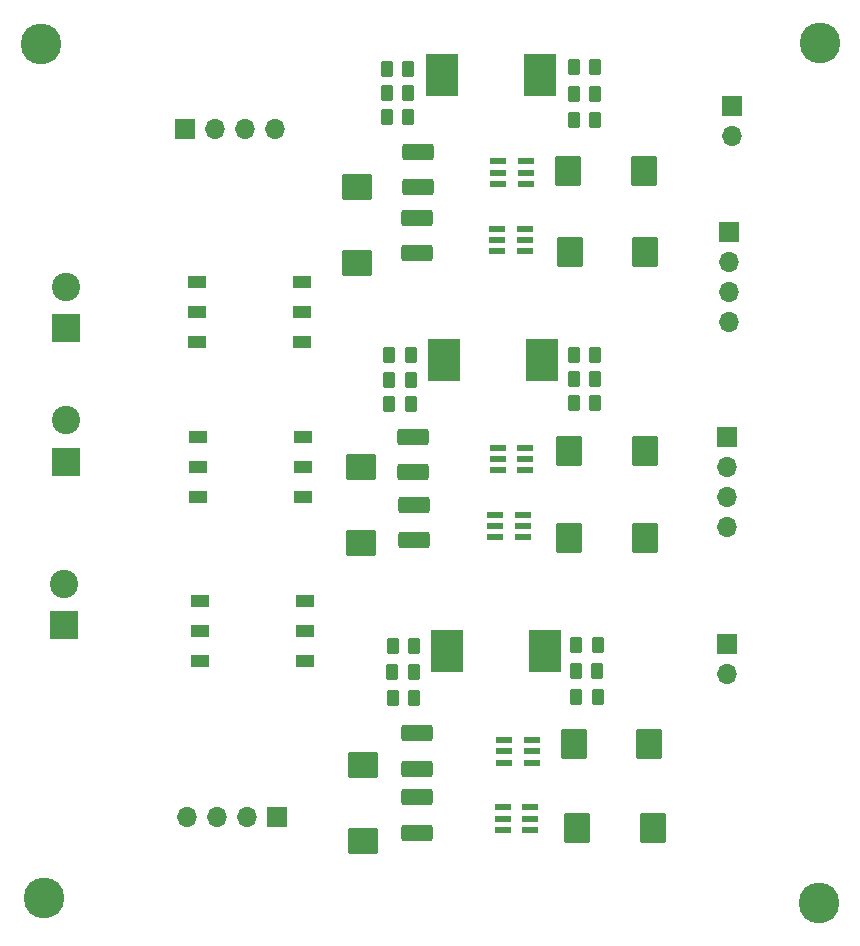
<source format=gbr>
%TF.GenerationSoftware,KiCad,Pcbnew,7.0.2*%
%TF.CreationDate,2023-05-19T15:17:25+02:00*%
%TF.ProjectId,78_1x39_1mm Solr tile,37382c31-7833-4392-9c31-6d6d20536f6c,rev?*%
%TF.SameCoordinates,Original*%
%TF.FileFunction,Soldermask,Bot*%
%TF.FilePolarity,Negative*%
%FSLAX46Y46*%
G04 Gerber Fmt 4.6, Leading zero omitted, Abs format (unit mm)*
G04 Created by KiCad (PCBNEW 7.0.2) date 2023-05-19 15:17:25*
%MOMM*%
%LPD*%
G01*
G04 APERTURE LIST*
G04 Aperture macros list*
%AMRoundRect*
0 Rectangle with rounded corners*
0 $1 Rounding radius*
0 $2 $3 $4 $5 $6 $7 $8 $9 X,Y pos of 4 corners*
0 Add a 4 corners polygon primitive as box body*
4,1,4,$2,$3,$4,$5,$6,$7,$8,$9,$2,$3,0*
0 Add four circle primitives for the rounded corners*
1,1,$1+$1,$2,$3*
1,1,$1+$1,$4,$5*
1,1,$1+$1,$6,$7*
1,1,$1+$1,$8,$9*
0 Add four rect primitives between the rounded corners*
20,1,$1+$1,$2,$3,$4,$5,0*
20,1,$1+$1,$4,$5,$6,$7,0*
20,1,$1+$1,$6,$7,$8,$9,0*
20,1,$1+$1,$8,$9,$2,$3,0*%
G04 Aperture macros list end*
%ADD10C,3.450000*%
%ADD11RoundRect,0.250000X-0.875000X-1.025000X0.875000X-1.025000X0.875000X1.025000X-0.875000X1.025000X0*%
%ADD12RoundRect,0.250001X-1.074999X0.462499X-1.074999X-0.462499X1.074999X-0.462499X1.074999X0.462499X0*%
%ADD13RoundRect,0.250000X0.262500X0.450000X-0.262500X0.450000X-0.262500X-0.450000X0.262500X-0.450000X0*%
%ADD14R,1.700000X1.700000*%
%ADD15O,1.700000X1.700000*%
%ADD16RoundRect,0.088500X-0.596500X-0.206500X0.596500X-0.206500X0.596500X0.206500X-0.596500X0.206500X0*%
%ADD17RoundRect,0.088500X0.596500X0.206500X-0.596500X0.206500X-0.596500X-0.206500X0.596500X-0.206500X0*%
%ADD18RoundRect,0.250000X-1.025000X0.875000X-1.025000X-0.875000X1.025000X-0.875000X1.025000X0.875000X0*%
%ADD19R,2.700000X3.600000*%
%ADD20R,1.500000X1.100000*%
%ADD21R,2.400000X2.400000*%
%ADD22C,2.400000*%
G04 APERTURE END LIST*
D10*
%TO.C,REF\u002A\u002A*%
X103080000Y-112690000D03*
%TD*%
%TO.C,REF\u002A\u002A*%
X37440000Y-112260000D03*
%TD*%
%TO.C,REF\u002A\u002A*%
X103120000Y-39840000D03*
%TD*%
%TO.C,REF\u002A\u002A*%
X37190000Y-39940000D03*
%TD*%
D11*
%TO.C,MC5*%
X81900000Y-74440000D03*
X88300000Y-74440000D03*
%TD*%
D12*
%TO.C,MD1*%
X69100000Y-49060000D03*
X69100000Y-52035000D03*
%TD*%
D13*
%TO.C,MR7*%
X84117500Y-44225000D03*
X82292500Y-44225000D03*
%TD*%
D12*
%TO.C,MD3*%
X68710000Y-73250000D03*
X68710000Y-76225000D03*
%TD*%
D13*
%TO.C,MR13*%
X68790000Y-90935000D03*
X66965000Y-90935000D03*
%TD*%
D14*
%TO.C,J8*%
X95320000Y-73240000D03*
D15*
X95320000Y-75780000D03*
X95320000Y-78320000D03*
X95320000Y-80860000D03*
%TD*%
D11*
%TO.C,MC8*%
X82315000Y-99255000D03*
X88715000Y-99255000D03*
%TD*%
%TO.C,MC7*%
X82575000Y-106335000D03*
X88975000Y-106335000D03*
%TD*%
D14*
%TO.C,J14*%
X57160000Y-105390000D03*
D15*
X54620000Y-105390000D03*
X52080000Y-105390000D03*
X49540000Y-105390000D03*
%TD*%
D13*
%TO.C,MR6*%
X84122500Y-66270000D03*
X82297500Y-66270000D03*
%TD*%
D16*
%TO.C,U5*%
X76305000Y-106495000D03*
X76305000Y-105545000D03*
X76305000Y-104595000D03*
D17*
X78645000Y-104595000D03*
X78645000Y-105545000D03*
X78645000Y-106495000D03*
%TD*%
D13*
%TO.C,MR9*%
X68492500Y-70470000D03*
X66667500Y-70470000D03*
%TD*%
%TO.C,MR2*%
X84147500Y-41935000D03*
X82322500Y-41935000D03*
%TD*%
%TO.C,MR17*%
X68820000Y-95295000D03*
X66995000Y-95295000D03*
%TD*%
D18*
%TO.C,MC6*%
X64270000Y-75800000D03*
X64270000Y-82200000D03*
%TD*%
D19*
%TO.C,ML2*%
X79430000Y-42540000D03*
X71130000Y-42540000D03*
%TD*%
D14*
%TO.C,J7*%
X95310000Y-90790000D03*
D15*
X95310000Y-93330000D03*
%TD*%
D16*
%TO.C,U4*%
X75860000Y-76020000D03*
X75860000Y-75070000D03*
X75860000Y-74120000D03*
D17*
X78200000Y-74120000D03*
X78200000Y-75070000D03*
X78200000Y-76020000D03*
%TD*%
D12*
%TO.C,MD2*%
X69040000Y-54705000D03*
X69040000Y-57680000D03*
%TD*%
D13*
%TO.C,MR15*%
X68780000Y-93125000D03*
X66955000Y-93125000D03*
%TD*%
D19*
%TO.C,ML4*%
X79580000Y-66670000D03*
X71280000Y-66670000D03*
%TD*%
D11*
%TO.C,MC3*%
X81835000Y-50675000D03*
X88235000Y-50675000D03*
%TD*%
D14*
%TO.C,J15*%
X49400000Y-47120000D03*
D15*
X51940000Y-47120000D03*
X54480000Y-47120000D03*
X57020000Y-47120000D03*
%TD*%
D20*
%TO.C,SW3*%
X59300000Y-60080000D03*
X59300000Y-62620000D03*
X59300000Y-65160000D03*
X50400000Y-65160000D03*
X50400000Y-62620000D03*
X50400000Y-60080000D03*
%TD*%
%TO.C,SW2*%
X59400000Y-73250000D03*
X59400000Y-75790000D03*
X59400000Y-78330000D03*
X50500000Y-78330000D03*
X50500000Y-75790000D03*
X50500000Y-73250000D03*
%TD*%
D11*
%TO.C,MC4*%
X81940000Y-81820000D03*
X88340000Y-81820000D03*
%TD*%
%TO.C,MC1*%
X81975000Y-57585000D03*
X88375000Y-57585000D03*
%TD*%
D21*
%TO.C,J11*%
X39310000Y-63990000D03*
D22*
X39310000Y-60490000D03*
%TD*%
D18*
%TO.C,MC2*%
X63950000Y-52080000D03*
X63950000Y-58480000D03*
%TD*%
D16*
%TO.C,U3*%
X75650000Y-81730000D03*
X75650000Y-80780000D03*
X75650000Y-79830000D03*
D17*
X77990000Y-79830000D03*
X77990000Y-80780000D03*
X77990000Y-81730000D03*
%TD*%
D16*
%TO.C,U2*%
X75935000Y-51785000D03*
X75935000Y-50835000D03*
X75935000Y-49885000D03*
D17*
X78275000Y-49885000D03*
X78275000Y-50835000D03*
X78275000Y-51785000D03*
%TD*%
D14*
%TO.C,J9*%
X95450000Y-55870000D03*
D15*
X95450000Y-58410000D03*
X95450000Y-60950000D03*
X95450000Y-63490000D03*
%TD*%
D13*
%TO.C,MR16*%
X84297500Y-93045000D03*
X82472500Y-93045000D03*
%TD*%
D19*
%TO.C,ML6*%
X79890000Y-91380000D03*
X71590000Y-91380000D03*
%TD*%
D12*
%TO.C,MD6*%
X69050000Y-103745000D03*
X69050000Y-106720000D03*
%TD*%
D13*
%TO.C,MR1*%
X68307500Y-44085000D03*
X66482500Y-44085000D03*
%TD*%
D21*
%TO.C,J13*%
X39170000Y-89180000D03*
D22*
X39170000Y-85680000D03*
%TD*%
D13*
%TO.C,MR5*%
X68512500Y-66300000D03*
X66687500Y-66300000D03*
%TD*%
%TO.C,MR4*%
X68307500Y-46125000D03*
X66482500Y-46125000D03*
%TD*%
D16*
%TO.C,U1*%
X75835000Y-57505000D03*
X75835000Y-56555000D03*
X75835000Y-55605000D03*
D17*
X78175000Y-55605000D03*
X78175000Y-56555000D03*
X78175000Y-57505000D03*
%TD*%
D14*
%TO.C,J10*%
X95680000Y-45230000D03*
D15*
X95680000Y-47770000D03*
%TD*%
D16*
%TO.C,U6*%
X76415000Y-100805000D03*
X76415000Y-99855000D03*
X76415000Y-98905000D03*
D17*
X78755000Y-98905000D03*
X78755000Y-99855000D03*
X78755000Y-100805000D03*
%TD*%
D21*
%TO.C,J12*%
X39360000Y-75310000D03*
D22*
X39360000Y-71810000D03*
%TD*%
D12*
%TO.C,MD4*%
X68760000Y-78975000D03*
X68760000Y-81950000D03*
%TD*%
D13*
%TO.C,MR12*%
X84122500Y-68330000D03*
X82297500Y-68330000D03*
%TD*%
D20*
%TO.C,SW1*%
X59550000Y-87110000D03*
X59550000Y-89650000D03*
X59550000Y-92190000D03*
X50650000Y-92190000D03*
X50650000Y-89650000D03*
X50650000Y-87110000D03*
%TD*%
D13*
%TO.C,MR14*%
X84335000Y-90845000D03*
X82510000Y-90845000D03*
%TD*%
%TO.C,MR3*%
X68307500Y-42055000D03*
X66482500Y-42055000D03*
%TD*%
%TO.C,MR11*%
X68512500Y-68370000D03*
X66687500Y-68370000D03*
%TD*%
%TO.C,MR10*%
X84132500Y-70390000D03*
X82307500Y-70390000D03*
%TD*%
D12*
%TO.C,MD5*%
X69060000Y-98330000D03*
X69060000Y-101305000D03*
%TD*%
D18*
%TO.C,MC9*%
X64495000Y-101005000D03*
X64495000Y-107405000D03*
%TD*%
D13*
%TO.C,MR18*%
X84325000Y-95215000D03*
X82500000Y-95215000D03*
%TD*%
%TO.C,MR8*%
X84137500Y-46365000D03*
X82312500Y-46365000D03*
%TD*%
M02*

</source>
